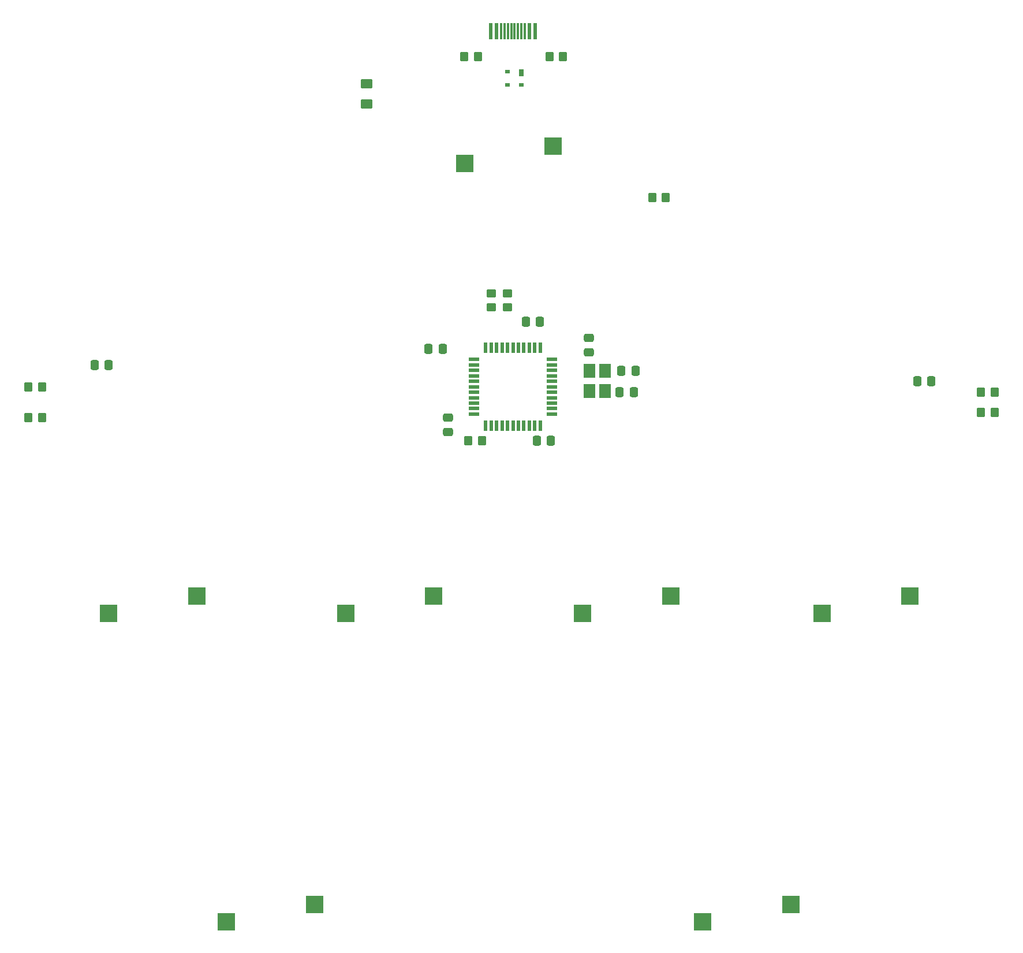
<source format=gbr>
%TF.GenerationSoftware,KiCad,Pcbnew,(6.0.5)*%
%TF.CreationDate,2022-06-07T17:53:48-07:00*%
%TF.ProjectId,sdvx-pcb,73647678-2d70-4636-922e-6b696361645f,rev?*%
%TF.SameCoordinates,Original*%
%TF.FileFunction,Paste,Bot*%
%TF.FilePolarity,Positive*%
%FSLAX46Y46*%
G04 Gerber Fmt 4.6, Leading zero omitted, Abs format (unit mm)*
G04 Created by KiCad (PCBNEW (6.0.5)) date 2022-06-07 17:53:48*
%MOMM*%
%LPD*%
G01*
G04 APERTURE LIST*
G04 Aperture macros list*
%AMRoundRect*
0 Rectangle with rounded corners*
0 $1 Rounding radius*
0 $2 $3 $4 $5 $6 $7 $8 $9 X,Y pos of 4 corners*
0 Add a 4 corners polygon primitive as box body*
4,1,4,$2,$3,$4,$5,$6,$7,$8,$9,$2,$3,0*
0 Add four circle primitives for the rounded corners*
1,1,$1+$1,$2,$3*
1,1,$1+$1,$4,$5*
1,1,$1+$1,$6,$7*
1,1,$1+$1,$8,$9*
0 Add four rect primitives between the rounded corners*
20,1,$1+$1,$2,$3,$4,$5,0*
20,1,$1+$1,$4,$5,$6,$7,0*
20,1,$1+$1,$6,$7,$8,$9,0*
20,1,$1+$1,$8,$9,$2,$3,0*%
G04 Aperture macros list end*
%ADD10R,2.550000X2.500000*%
%ADD11RoundRect,0.250000X-0.475000X0.337500X-0.475000X-0.337500X0.475000X-0.337500X0.475000X0.337500X0*%
%ADD12RoundRect,0.250000X-0.450000X0.350000X-0.450000X-0.350000X0.450000X-0.350000X0.450000X0.350000X0*%
%ADD13R,0.550000X1.500000*%
%ADD14R,1.500000X0.550000*%
%ADD15RoundRect,0.250000X0.337500X0.475000X-0.337500X0.475000X-0.337500X-0.475000X0.337500X-0.475000X0*%
%ADD16R,0.600000X2.450000*%
%ADD17R,0.300000X2.450000*%
%ADD18RoundRect,0.250000X0.475000X-0.337500X0.475000X0.337500X-0.475000X0.337500X-0.475000X-0.337500X0*%
%ADD19RoundRect,0.250000X-0.337500X-0.475000X0.337500X-0.475000X0.337500X0.475000X-0.337500X0.475000X0*%
%ADD20RoundRect,0.250000X0.350000X0.450000X-0.350000X0.450000X-0.350000X-0.450000X0.350000X-0.450000X0*%
%ADD21RoundRect,0.250000X-0.350000X-0.450000X0.350000X-0.450000X0.350000X0.450000X-0.350000X0.450000X0*%
%ADD22RoundRect,0.250001X-0.624999X0.462499X-0.624999X-0.462499X0.624999X-0.462499X0.624999X0.462499X0*%
%ADD23R,0.700000X1.000000*%
%ADD24R,0.700000X0.600000*%
%ADD25R,1.800000X2.100000*%
G04 APERTURE END LIST*
D10*
%TO.C,BT-C1*%
X157856250Y-103028750D03*
X170783250Y-100488750D03*
%TD*%
%TO.C,FX-R1*%
X175477500Y-148272500D03*
X188404500Y-145732500D03*
%TD*%
%TO.C,START1*%
X140552500Y-37147500D03*
X153479500Y-34607500D03*
%TD*%
%TO.C,BT-B1*%
X123090000Y-103028750D03*
X136017000Y-100488750D03*
%TD*%
%TO.C,BT-D1*%
X192940000Y-103028750D03*
X205867000Y-100488750D03*
%TD*%
%TO.C,BT-A1*%
X88323750Y-103028750D03*
X101250750Y-100488750D03*
%TD*%
%TO.C,FX-L1*%
X105627500Y-148272500D03*
X118554500Y-145732500D03*
%TD*%
D11*
%TO.C,C5*%
X158750000Y-62706250D03*
X158750000Y-64781250D03*
%TD*%
D12*
%TO.C,R9*%
X144462500Y-56150000D03*
X144462500Y-58150000D03*
%TD*%
D13*
%TO.C,U2*%
X143637500Y-64150000D03*
X144437500Y-64150000D03*
X145237500Y-64150000D03*
X146037500Y-64150000D03*
X146837500Y-64150000D03*
X147637500Y-64150000D03*
X148437500Y-64150000D03*
X149237500Y-64150000D03*
X150037500Y-64150000D03*
X150837500Y-64150000D03*
X151637500Y-64150000D03*
D14*
X153337500Y-65850000D03*
X153337500Y-66650000D03*
X153337500Y-67450000D03*
X153337500Y-68250000D03*
X153337500Y-69050000D03*
X153337500Y-69850000D03*
X153337500Y-70650000D03*
X153337500Y-71450000D03*
X153337500Y-72250000D03*
X153337500Y-73050000D03*
X153337500Y-73850000D03*
D13*
X151637500Y-75550000D03*
X150837500Y-75550000D03*
X150037500Y-75550000D03*
X149237500Y-75550000D03*
X148437500Y-75550000D03*
X147637500Y-75550000D03*
X146837500Y-75550000D03*
X146037500Y-75550000D03*
X145237500Y-75550000D03*
X144437500Y-75550000D03*
X143637500Y-75550000D03*
D14*
X141937500Y-73850000D03*
X141937500Y-73050000D03*
X141937500Y-72250000D03*
X141937500Y-71450000D03*
X141937500Y-70650000D03*
X141937500Y-69850000D03*
X141937500Y-69050000D03*
X141937500Y-68250000D03*
X141937500Y-67450000D03*
X141937500Y-66650000D03*
X141937500Y-65850000D03*
%TD*%
D15*
%TO.C,C2*%
X209000000Y-69056250D03*
X206925000Y-69056250D03*
%TD*%
D16*
%TO.C,USB1*%
X144412500Y-17717500D03*
X145187500Y-17717500D03*
D17*
X145887500Y-17717500D03*
X146387500Y-17717500D03*
X146887500Y-17717500D03*
X147387500Y-17717500D03*
X147887500Y-17717500D03*
X148387500Y-17717500D03*
X148887500Y-17717500D03*
X149387500Y-17717500D03*
D16*
X150087500Y-17717500D03*
X150862500Y-17717500D03*
%TD*%
D18*
%TO.C,C6*%
X138112500Y-76443750D03*
X138112500Y-74368750D03*
%TD*%
D19*
%TO.C,C1*%
X86275000Y-66675000D03*
X88350000Y-66675000D03*
%TD*%
D20*
%TO.C,R3*%
X170068750Y-42068750D03*
X168068750Y-42068750D03*
%TD*%
D21*
%TO.C,R2*%
X76581250Y-69850000D03*
X78581250Y-69850000D03*
%TD*%
D20*
%TO.C,R10*%
X143081250Y-77787500D03*
X141081250Y-77787500D03*
%TD*%
D22*
%TO.C,Fe1*%
X126206250Y-25400000D03*
X126206250Y-28375000D03*
%TD*%
D19*
%TO.C,C4*%
X151118750Y-77787500D03*
X153193750Y-77787500D03*
%TD*%
D23*
%TO.C,U1*%
X148843750Y-23856250D03*
D24*
X148843750Y-25556250D03*
X146843750Y-25556250D03*
X146843750Y-23656250D03*
%TD*%
D15*
%TO.C,C9*%
X151606250Y-60325000D03*
X149531250Y-60325000D03*
%TD*%
%TO.C,C3*%
X165343750Y-70643750D03*
X163268750Y-70643750D03*
%TD*%
%TO.C,C7*%
X165587500Y-67468750D03*
X163512500Y-67468750D03*
%TD*%
D25*
%TO.C,Y1*%
X158815625Y-70434375D03*
X158815625Y-67534375D03*
X161115625Y-67534375D03*
X161115625Y-70434375D03*
%TD*%
D19*
%TO.C,C8*%
X135243750Y-64293750D03*
X137318750Y-64293750D03*
%TD*%
D20*
%TO.C,R7*%
X142493750Y-21431250D03*
X140493750Y-21431250D03*
%TD*%
D21*
%TO.C,R1*%
X76581250Y-74387500D03*
X78581250Y-74387500D03*
%TD*%
D20*
%TO.C,R4*%
X218281250Y-73593750D03*
X216281250Y-73593750D03*
%TD*%
D21*
%TO.C,R6*%
X152987500Y-21431250D03*
X154987500Y-21431250D03*
%TD*%
D12*
%TO.C,R8*%
X146843750Y-56150000D03*
X146843750Y-58150000D03*
%TD*%
D20*
%TO.C,R5*%
X218281250Y-70643750D03*
X216281250Y-70643750D03*
%TD*%
M02*

</source>
